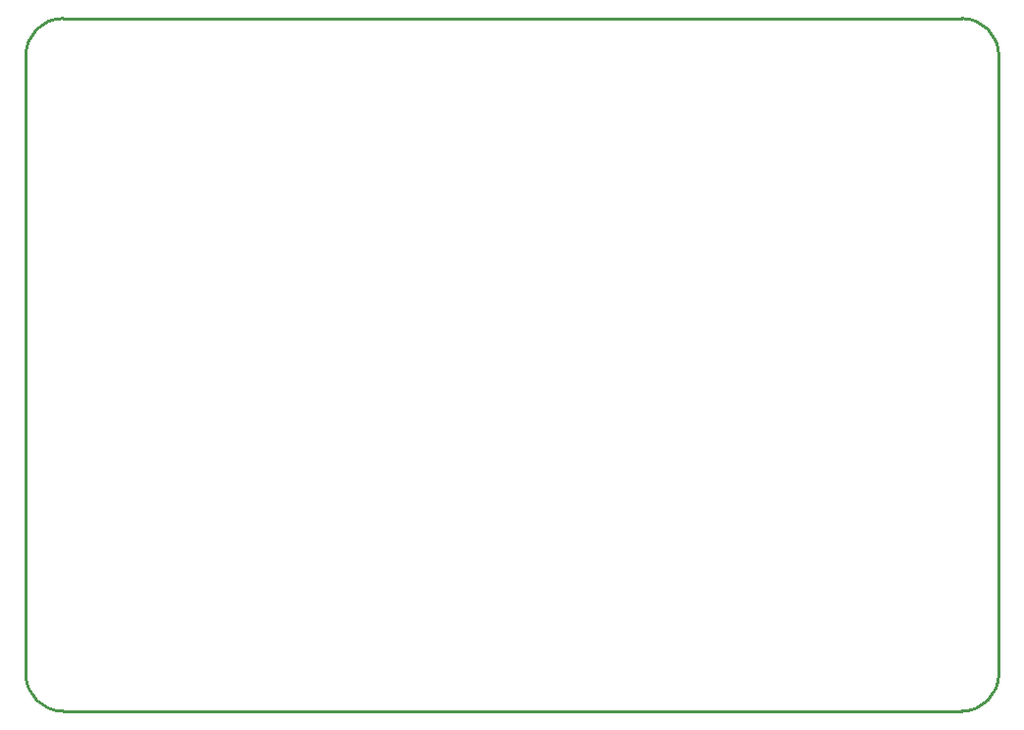
<source format=gko>
G04*
G04 #@! TF.GenerationSoftware,Altium Limited,Altium Designer,20.0.9 (164)*
G04*
G04 Layer_Color=16711935*
%FSLAX25Y25*%
%MOIN*%
G70*
G01*
G75*
%ADD17C,0.01000*%
G36*
X315150Y239756D02*
D01*
D02*
G37*
G36*
X316736Y299905D02*
D01*
D02*
G37*
D17*
X145000Y342500D02*
G03*
X132500Y330000I0J-12500D01*
G01*
X462500D02*
G03*
X450000Y342500I-12500J0D01*
G01*
Y107500D02*
G03*
X462500Y120000I0J12500D01*
G01*
X132500D02*
G03*
X145000Y107500I12500J0D01*
G01*
X450000D01*
X462500Y120000D02*
Y330000D01*
X145000Y342500D02*
X450000D01*
X132500Y330000D02*
X132500Y120000D01*
M02*

</source>
